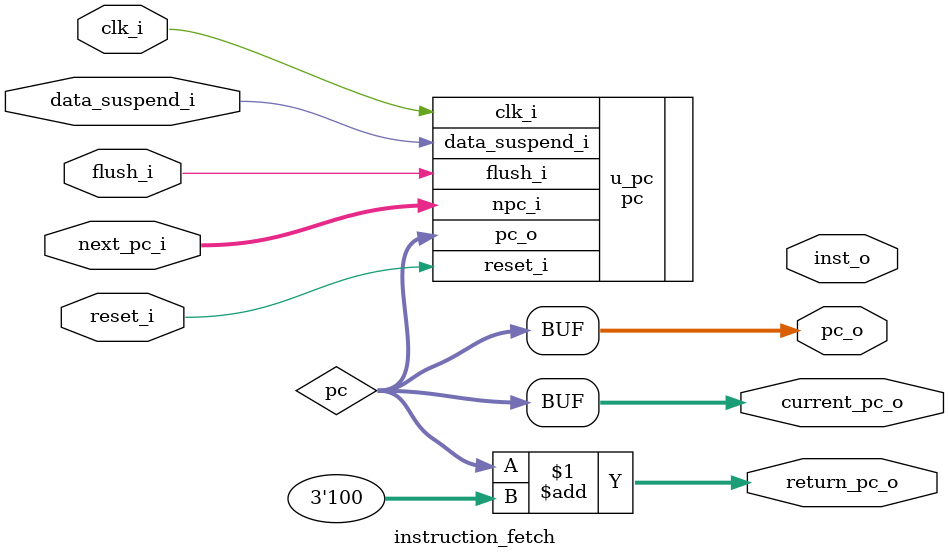
<source format=v>
`timescale 1ns / 1ps
module instruction_fetch(
    input         clk_i,
    input         reset_i,
    input  [31:0] next_pc_i,
    input         data_suspend_i,
    input         flush_i,
    output [31:0] inst_o,
    output [31:0] return_pc_o,
    output [31:0] current_pc_o,     // 用于auipc
    output [31:0] pc_o
    );
    // wire [31:0] npc;
    wire [31:0] pc;
    assign pc_o = pc;
    assign current_pc_o = pc;
    assign return_pc_o = pc + 3'h4;
    pc u_pc(
        .npc_i          (next_pc_i),
        .clk_i          (clk_i),
        .reset_i        (reset_i),
        .data_suspend_i (data_suspend_i),
        .flush_i        (flush_i),
        .pc_o           (pc)
    );
    // npc模块转移到EXE中
    // npc u_npc(
    //     .reset_i    (reset_i),
    //     .pc_sel_i   (pc_sel_i),
    //     .pc_i       (pc),
    //     .offset_i   (offset_i),
    //     .rD1_i      (rD1_i),
    //     .branch_i   (branch_i),
    //     .next_pc_o  (npc),
    //     .pc_plus_4_o(return_pc_o)
    // // );
    // irom u_irom(
    //     .pc_i  (pc),
    //     .inst_o(inst_o)
    // );
endmodule

</source>
